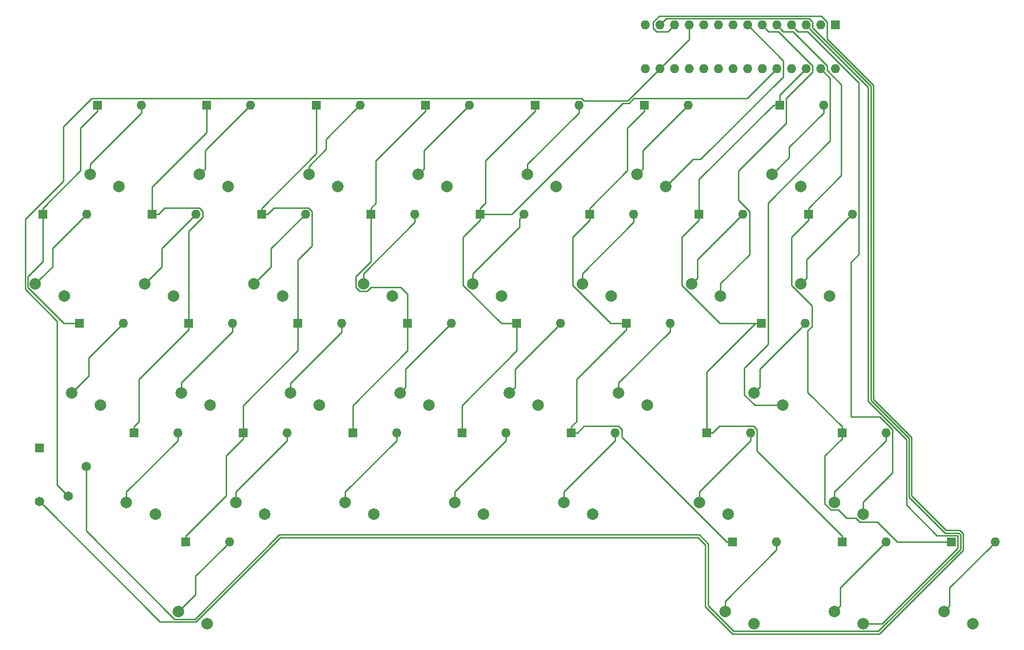
<source format=gbr>
G04 #@! TF.GenerationSoftware,KiCad,Pcbnew,(5.1.4-0-10_14)*
G04 #@! TF.CreationDate,2019-10-23T14:13:54-04:00*
G04 #@! TF.ProjectId,NomadRight,4e6f6d61-6452-4696-9768-742e6b696361,rev?*
G04 #@! TF.SameCoordinates,Original*
G04 #@! TF.FileFunction,Copper,L1,Top*
G04 #@! TF.FilePolarity,Positive*
%FSLAX46Y46*%
G04 Gerber Fmt 4.6, Leading zero omitted, Abs format (unit mm)*
G04 Created by KiCad (PCBNEW (5.1.4-0-10_14)) date 2019-10-23 14:13:54*
%MOMM*%
%LPD*%
G04 APERTURE LIST*
%ADD10C,1.650000*%
%ADD11R,1.650000X1.650000*%
%ADD12O,1.600000X1.600000*%
%ADD13R,1.600000X1.600000*%
%ADD14C,2.000000*%
%ADD15C,0.250000*%
G04 APERTURE END LIST*
D10*
X36680000Y-109740000D03*
X44780000Y-103640000D03*
X41680000Y-108840000D03*
D11*
X36680000Y-100440000D03*
D12*
X174920000Y-34540000D03*
X141900000Y-26920000D03*
X172380000Y-34540000D03*
X144440000Y-26920000D03*
X169840000Y-34540000D03*
X146980000Y-26920000D03*
X167300000Y-34540000D03*
X149520000Y-26920000D03*
X164760000Y-34540000D03*
X152060000Y-26920000D03*
X162220000Y-34540000D03*
X154600000Y-26920000D03*
X159680000Y-34540000D03*
X157140000Y-26920000D03*
X157140000Y-34540000D03*
X159680000Y-26920000D03*
X154600000Y-34540000D03*
X162220000Y-26920000D03*
X152060000Y-34540000D03*
X164760000Y-26920000D03*
X149520000Y-34540000D03*
X167300000Y-26920000D03*
X146980000Y-34540000D03*
X169840000Y-26920000D03*
X144440000Y-34540000D03*
X172380000Y-26920000D03*
X141900000Y-34540000D03*
D13*
X174920000Y-26920000D03*
D14*
X163970000Y-52900000D03*
X168970000Y-55000000D03*
X140470000Y-52900000D03*
X145470000Y-55000000D03*
X121470000Y-52900000D03*
X126470000Y-55000000D03*
X102470000Y-52900000D03*
X107470000Y-55000000D03*
X83470000Y-52900000D03*
X88470000Y-55000000D03*
X64470000Y-52900000D03*
X69470000Y-55000000D03*
X45470000Y-52900000D03*
X50470000Y-55000000D03*
X168970000Y-71900000D03*
X173970000Y-74000000D03*
X149970000Y-71900000D03*
X154970000Y-74000000D03*
X130970000Y-71900000D03*
X135970000Y-74000000D03*
X111970000Y-71900000D03*
X116970000Y-74000000D03*
X92970000Y-71900000D03*
X97970000Y-74000000D03*
X73970000Y-71900000D03*
X78970000Y-74000000D03*
X54970000Y-71900000D03*
X59970000Y-74000000D03*
X35970000Y-71900000D03*
X40970000Y-74000000D03*
X160803333Y-90900000D03*
X165803333Y-93000000D03*
X137303333Y-90900000D03*
X142303333Y-93000000D03*
X118303333Y-90900000D03*
X123303333Y-93000000D03*
X99303333Y-90900000D03*
X104303333Y-93000000D03*
X80303333Y-90900000D03*
X85303333Y-93000000D03*
X61303333Y-90900000D03*
X66303333Y-93000000D03*
X42303333Y-90900000D03*
X47303333Y-93000000D03*
X174803333Y-109900000D03*
X179803333Y-112000000D03*
X151303333Y-109900000D03*
X156303333Y-112000000D03*
X127803333Y-109900000D03*
X132803333Y-112000000D03*
X108803333Y-109900000D03*
X113803333Y-112000000D03*
X89803333Y-109900000D03*
X94803333Y-112000000D03*
X70803333Y-109900000D03*
X75803333Y-112000000D03*
X51803333Y-109900000D03*
X56803333Y-112000000D03*
X193803333Y-128900000D03*
X198803333Y-131000000D03*
X174803333Y-128900000D03*
X179803333Y-131000000D03*
X155803333Y-128900000D03*
X160803333Y-131000000D03*
X60803333Y-128900000D03*
X65803333Y-131000000D03*
D12*
X172890000Y-40810000D03*
D13*
X165270000Y-40810000D03*
D12*
X149390000Y-40810000D03*
D13*
X141770000Y-40810000D03*
D12*
X130390000Y-40810000D03*
D13*
X122770000Y-40810000D03*
D12*
X111390000Y-40810000D03*
D13*
X103770000Y-40810000D03*
D12*
X92390000Y-40810000D03*
D13*
X84770000Y-40810000D03*
D12*
X73390000Y-40810000D03*
D13*
X65770000Y-40810000D03*
D12*
X54390000Y-40810000D03*
D13*
X46770000Y-40810000D03*
D12*
X177890000Y-59810000D03*
D13*
X170270000Y-59810000D03*
D12*
X158890000Y-59810000D03*
D13*
X151270000Y-59810000D03*
D12*
X139890000Y-59810000D03*
D13*
X132270000Y-59810000D03*
D12*
X120890000Y-59810000D03*
D13*
X113270000Y-59810000D03*
D12*
X101890000Y-59810000D03*
D13*
X94270000Y-59810000D03*
D12*
X82890000Y-59810000D03*
D13*
X75270000Y-59810000D03*
D12*
X63890000Y-59810000D03*
D13*
X56270000Y-59810000D03*
D12*
X44890000Y-59810000D03*
D13*
X37270000Y-59810000D03*
D12*
X169723333Y-78810000D03*
D13*
X162103333Y-78810000D03*
D12*
X146223333Y-78810000D03*
D13*
X138603333Y-78810000D03*
D12*
X127223333Y-78810000D03*
D13*
X119603333Y-78810000D03*
D12*
X108223333Y-78810000D03*
D13*
X100603333Y-78810000D03*
D12*
X89223333Y-78810000D03*
D13*
X81603333Y-78810000D03*
D12*
X70223333Y-78810000D03*
D13*
X62603333Y-78810000D03*
D12*
X51223333Y-78810000D03*
D13*
X43603333Y-78810000D03*
D12*
X183723333Y-97810000D03*
D13*
X176103333Y-97810000D03*
D12*
X160223333Y-97810000D03*
D13*
X152603333Y-97810000D03*
D12*
X136723333Y-97810000D03*
D13*
X129103333Y-97810000D03*
D12*
X117723333Y-97810000D03*
D13*
X110103333Y-97810000D03*
D12*
X98723333Y-97810000D03*
D13*
X91103333Y-97810000D03*
D12*
X79723333Y-97810000D03*
D13*
X72103333Y-97810000D03*
D12*
X60723333Y-97810000D03*
D13*
X53103333Y-97810000D03*
D12*
X202723333Y-116810000D03*
D13*
X195103333Y-116810000D03*
D12*
X183723333Y-116810000D03*
D13*
X176103333Y-116810000D03*
D12*
X164723333Y-116810000D03*
D13*
X157103333Y-116810000D03*
D12*
X69723333Y-116810000D03*
D13*
X62103333Y-116810000D03*
D15*
X63778332Y-122755001D02*
X68923334Y-117609999D01*
X68923334Y-117609999D02*
X69723333Y-116810000D01*
X63778332Y-125925001D02*
X63778332Y-122755001D01*
X60803333Y-128900000D02*
X63778332Y-125925001D01*
X72103333Y-98860000D02*
X72103333Y-97810000D01*
X69128332Y-108735001D02*
X69128332Y-101835001D01*
X62103333Y-115760000D02*
X69128332Y-108735001D01*
X69128332Y-101835001D02*
X72103333Y-98860000D01*
X62103333Y-116810000D02*
X62103333Y-115760000D01*
X81603333Y-79860000D02*
X81603333Y-78810000D01*
X81603333Y-83560998D02*
X81603333Y-79860000D01*
X72103333Y-93060998D02*
X81603333Y-83560998D01*
X72103333Y-97810000D02*
X72103333Y-93060998D01*
X76320000Y-59810000D02*
X75270000Y-59810000D01*
X84015001Y-59269999D02*
X83430001Y-58684999D01*
X77445001Y-58684999D02*
X76320000Y-59810000D01*
X84015001Y-65324663D02*
X84015001Y-59269999D01*
X83430001Y-58684999D02*
X77445001Y-58684999D01*
X81603333Y-67736331D02*
X84015001Y-65324663D01*
X81603333Y-78810000D02*
X81603333Y-67736331D01*
X84770000Y-49260000D02*
X84770000Y-41860000D01*
X84770000Y-41860000D02*
X84770000Y-40810000D01*
X75270000Y-58760000D02*
X84770000Y-49260000D01*
X75270000Y-59810000D02*
X75270000Y-58760000D01*
X164723333Y-117941370D02*
X164723333Y-116810000D01*
X164723333Y-118182998D02*
X164723333Y-117941370D01*
X155803333Y-127102998D02*
X164723333Y-118182998D01*
X155803333Y-128900000D02*
X155803333Y-127102998D01*
X131278334Y-96684999D02*
X130153333Y-97810000D01*
X137848334Y-97269999D02*
X137263334Y-96684999D01*
X137848334Y-98605001D02*
X137848334Y-97269999D01*
X130153333Y-97810000D02*
X129103333Y-97810000D01*
X156053333Y-116810000D02*
X137848334Y-98605001D01*
X137263334Y-96684999D02*
X131278334Y-96684999D01*
X157103333Y-116810000D02*
X156053333Y-116810000D01*
X138603333Y-79860000D02*
X138603333Y-78810000D01*
X129978334Y-88484999D02*
X138603333Y-79860000D01*
X129978334Y-95884999D02*
X129978334Y-88484999D01*
X129103333Y-96760000D02*
X129978334Y-95884999D01*
X129103333Y-97810000D02*
X129103333Y-96760000D01*
X129294999Y-63835001D02*
X132270000Y-60860000D01*
X129294999Y-72186001D02*
X129294999Y-63835001D01*
X132270000Y-60860000D02*
X132270000Y-59810000D01*
X135918998Y-78810000D02*
X129294999Y-72186001D01*
X138603333Y-78810000D02*
X135918998Y-78810000D01*
X141770000Y-41860000D02*
X141770000Y-40810000D01*
X138794999Y-44835001D02*
X141770000Y-41860000D01*
X138794999Y-52235001D02*
X138794999Y-44835001D01*
X132270000Y-58760000D02*
X138794999Y-52235001D01*
X132270000Y-59810000D02*
X132270000Y-58760000D01*
X167090000Y-33953394D02*
X167090000Y-35086606D01*
X175803332Y-127900001D02*
X175803332Y-124730001D01*
X182923334Y-117609999D02*
X183723333Y-116810000D01*
X175803332Y-124730001D02*
X182923334Y-117609999D01*
X174803333Y-128900000D02*
X175803332Y-127900001D01*
X153653333Y-97810000D02*
X152603333Y-97810000D01*
X154778334Y-96684999D02*
X153653333Y-97810000D01*
X160763334Y-96684999D02*
X154778334Y-96684999D01*
X161348334Y-97269999D02*
X160763334Y-96684999D01*
X161348334Y-101005001D02*
X161348334Y-97269999D01*
X176103333Y-115760000D02*
X161348334Y-101005001D01*
X176103333Y-116810000D02*
X176103333Y-115760000D01*
X161053333Y-78810000D02*
X162103333Y-78810000D01*
X152603333Y-87260000D02*
X161053333Y-78810000D01*
X152603333Y-97810000D02*
X152603333Y-87260000D01*
X151270000Y-60860000D02*
X151270000Y-59810000D01*
X148294999Y-63835001D02*
X151270000Y-60860000D01*
X148294999Y-72186001D02*
X148294999Y-63835001D01*
X154918998Y-78810000D02*
X148294999Y-72186001D01*
X162103333Y-78810000D02*
X154918998Y-78810000D01*
X164220000Y-40810000D02*
X165270000Y-40810000D01*
X151270000Y-53760000D02*
X164220000Y-40810000D01*
X151270000Y-59810000D02*
X151270000Y-53760000D01*
X165270000Y-39110000D02*
X169840000Y-34540000D01*
X165270000Y-40810000D02*
X165270000Y-39110000D01*
X201923334Y-117609999D02*
X202723333Y-116810000D01*
X194803332Y-124730001D02*
X201923334Y-117609999D01*
X194803332Y-127900001D02*
X194803332Y-124730001D01*
X193803333Y-128900000D02*
X194803332Y-127900001D01*
X170270000Y-60860000D02*
X170270000Y-59810000D01*
X167294999Y-63835001D02*
X170270000Y-60860000D01*
X167294999Y-72186001D02*
X167294999Y-63835001D01*
X170848334Y-79350001D02*
X170848334Y-75739336D01*
X170128332Y-80070003D02*
X170848334Y-79350001D01*
X170128332Y-90784999D02*
X170128332Y-80070003D01*
X170848334Y-75739336D02*
X167294999Y-72186001D01*
X176103333Y-96760000D02*
X170128332Y-90784999D01*
X176103333Y-97810000D02*
X176103333Y-96760000D01*
X176103333Y-98860000D02*
X176103333Y-97810000D01*
X173128332Y-101835001D02*
X176103333Y-98860000D01*
X178512331Y-112670000D02*
X176884333Y-112670000D01*
X173128332Y-110186001D02*
X173128332Y-101835001D01*
X174167332Y-111225001D02*
X173128332Y-110186001D01*
X179167332Y-113325001D02*
X178512331Y-112670000D01*
X195103333Y-116810000D02*
X185690000Y-116810000D01*
X176884333Y-112670000D02*
X175439334Y-111225001D01*
X175439334Y-111225001D02*
X174167332Y-111225001D01*
X165885001Y-28045001D02*
X165559999Y-27719999D01*
X167550003Y-28045001D02*
X165885001Y-28045001D01*
X173505001Y-34790003D02*
X173505001Y-33999999D01*
X173505001Y-33999999D02*
X167550003Y-28045001D01*
X176010000Y-37295002D02*
X173505001Y-34790003D01*
X176010000Y-53020000D02*
X176010000Y-37295002D01*
X165559999Y-27719999D02*
X164760000Y-26920000D01*
X170270000Y-58760000D02*
X176010000Y-53020000D01*
X170270000Y-59810000D02*
X170270000Y-58760000D01*
X182205001Y-113325001D02*
X185690000Y-116810000D01*
X179167332Y-113325001D02*
X182205001Y-113325001D01*
X60723333Y-98941370D02*
X60723333Y-97810000D01*
X60723333Y-99182998D02*
X60723333Y-98941370D01*
X51803333Y-108102998D02*
X60723333Y-99182998D01*
X51803333Y-109900000D02*
X51803333Y-108102998D01*
X53978334Y-88484999D02*
X62603333Y-79860000D01*
X53978334Y-95884999D02*
X53978334Y-88484999D01*
X53103333Y-96760000D02*
X53978334Y-95884999D01*
X62603333Y-79860000D02*
X62603333Y-78810000D01*
X53103333Y-97810000D02*
X53103333Y-96760000D01*
X57320000Y-59810000D02*
X56270000Y-59810000D01*
X64430001Y-58684999D02*
X58445001Y-58684999D01*
X65015001Y-59269999D02*
X64430001Y-58684999D01*
X65015001Y-60350001D02*
X65015001Y-59269999D01*
X58445001Y-58684999D02*
X57320000Y-59810000D01*
X62603333Y-62761669D02*
X65015001Y-60350001D01*
X62603333Y-78810000D02*
X62603333Y-62761669D01*
X65770000Y-41860000D02*
X65770000Y-40810000D01*
X65770000Y-45560998D02*
X65770000Y-41860000D01*
X56270000Y-55060998D02*
X65770000Y-45560998D01*
X56270000Y-59810000D02*
X56270000Y-55060998D01*
X79723333Y-99182998D02*
X79723333Y-98941370D01*
X70803333Y-108102998D02*
X79723333Y-99182998D01*
X79723333Y-98941370D02*
X79723333Y-97810000D01*
X70803333Y-109900000D02*
X70803333Y-108102998D01*
X98723333Y-99182998D02*
X98723333Y-98941370D01*
X98723333Y-98941370D02*
X98723333Y-97810000D01*
X89803333Y-108102998D02*
X98723333Y-99182998D01*
X89803333Y-109900000D02*
X89803333Y-108102998D01*
X91103333Y-93060998D02*
X100603333Y-83560998D01*
X100603333Y-79860000D02*
X100603333Y-78810000D01*
X100603333Y-83560998D02*
X100603333Y-79860000D01*
X91103333Y-97810000D02*
X91103333Y-93060998D01*
X94270000Y-68039002D02*
X94270000Y-60860000D01*
X91644999Y-72536001D02*
X91644999Y-70664003D01*
X93606001Y-73225001D02*
X92333999Y-73225001D01*
X99408999Y-72536001D02*
X94295001Y-72536001D01*
X91644999Y-70664003D02*
X94270000Y-68039002D01*
X92333999Y-73225001D02*
X91644999Y-72536001D01*
X94295001Y-72536001D02*
X93606001Y-73225001D01*
X100603333Y-73730335D02*
X99408999Y-72536001D01*
X94270000Y-60860000D02*
X94270000Y-59810000D01*
X100603333Y-78810000D02*
X100603333Y-73730335D01*
X103770000Y-41860000D02*
X103770000Y-40810000D01*
X95145001Y-50484999D02*
X103770000Y-41860000D01*
X95145001Y-57884999D02*
X95145001Y-50484999D01*
X94270000Y-58760000D02*
X95145001Y-57884999D01*
X94270000Y-59810000D02*
X94270000Y-58760000D01*
X117723333Y-98941370D02*
X117723333Y-97810000D01*
X108803333Y-108102998D02*
X117723333Y-99182998D01*
X117723333Y-99182998D02*
X117723333Y-98941370D01*
X108803333Y-109900000D02*
X108803333Y-108102998D01*
X119603333Y-79860000D02*
X119603333Y-78810000D01*
X119603333Y-83560998D02*
X119603333Y-79860000D01*
X110103333Y-93060998D02*
X119603333Y-83560998D01*
X110103333Y-97810000D02*
X110103333Y-93060998D01*
X113270000Y-60860000D02*
X113270000Y-59810000D01*
X110294999Y-72186001D02*
X110294999Y-63835001D01*
X110294999Y-63835001D02*
X113270000Y-60860000D01*
X116918998Y-78810000D02*
X110294999Y-72186001D01*
X119603333Y-78810000D02*
X116918998Y-78810000D01*
X122770000Y-41860000D02*
X122770000Y-40810000D01*
X114145001Y-50484999D02*
X122770000Y-41860000D01*
X114145001Y-57884999D02*
X114145001Y-50484999D01*
X113270000Y-58760000D02*
X114145001Y-57884999D01*
X113270000Y-59810000D02*
X113270000Y-58760000D01*
X139936411Y-39680000D02*
X139106400Y-40510011D01*
X159620000Y-39680000D02*
X139936411Y-39680000D01*
X138056991Y-40510011D02*
X118757002Y-59810000D01*
X164760000Y-34540000D02*
X159620000Y-39680000D01*
X139106400Y-40510011D02*
X138056991Y-40510011D01*
X114320000Y-59810000D02*
X113270000Y-59810000D01*
X118757002Y-59810000D02*
X114320000Y-59810000D01*
X136723333Y-99182998D02*
X136723333Y-98941370D01*
X136723333Y-98941370D02*
X136723333Y-97810000D01*
X127803333Y-108102998D02*
X136723333Y-99182998D01*
X127803333Y-109900000D02*
X127803333Y-108102998D01*
X160223333Y-98941370D02*
X160223333Y-97810000D01*
X151303333Y-108102998D02*
X160223333Y-99182998D01*
X160223333Y-99182998D02*
X160223333Y-98941370D01*
X151303333Y-109900000D02*
X151303333Y-108102998D01*
X183723333Y-98941370D02*
X183723333Y-97810000D01*
X183723333Y-99182998D02*
X183723333Y-98941370D01*
X174803333Y-108102998D02*
X183723333Y-99182998D01*
X174803333Y-109900000D02*
X174803333Y-108102998D01*
X45278332Y-87925001D02*
X43303332Y-89900001D01*
X43303332Y-89900001D02*
X42303333Y-90900000D01*
X45278332Y-84755001D02*
X45278332Y-87925001D01*
X51223333Y-78810000D02*
X45278332Y-84755001D01*
X37270000Y-60860000D02*
X37270000Y-59810000D01*
X34644999Y-70664003D02*
X37270000Y-68039002D01*
X37270000Y-68039002D02*
X37270000Y-60860000D01*
X40918998Y-78810000D02*
X34644999Y-72536001D01*
X34644999Y-72536001D02*
X34644999Y-70664003D01*
X43603333Y-78810000D02*
X40918998Y-78810000D01*
X43794999Y-44835001D02*
X46770000Y-41860000D01*
X43794999Y-52235001D02*
X43794999Y-44835001D01*
X46770000Y-41860000D02*
X46770000Y-40810000D01*
X37270000Y-58760000D02*
X43794999Y-52235001D01*
X37270000Y-59810000D02*
X37270000Y-58760000D01*
X70223333Y-79941370D02*
X70223333Y-78810000D01*
X70223333Y-80182998D02*
X70223333Y-79941370D01*
X61303333Y-89102998D02*
X70223333Y-80182998D01*
X61303333Y-90900000D02*
X61303333Y-89102998D01*
X89223333Y-79941370D02*
X89223333Y-78810000D01*
X89223333Y-80271666D02*
X89223333Y-79941370D01*
X80303333Y-89191666D02*
X89223333Y-80271666D01*
X80303333Y-90900000D02*
X80303333Y-89191666D01*
X107423334Y-79609999D02*
X108223333Y-78810000D01*
X100303332Y-89900001D02*
X100303332Y-86730001D01*
X100303332Y-86730001D02*
X107423334Y-79609999D01*
X99303333Y-90900000D02*
X100303332Y-89900001D01*
X119303332Y-86730001D02*
X126423334Y-79609999D01*
X119303332Y-89900001D02*
X119303332Y-86730001D01*
X126423334Y-79609999D02*
X127223333Y-78810000D01*
X118303333Y-90900000D02*
X119303332Y-89900001D01*
X146223333Y-79941370D02*
X146223333Y-78810000D01*
X146223333Y-80182998D02*
X146223333Y-79941370D01*
X137303333Y-89102998D02*
X146223333Y-80182998D01*
X137303333Y-90900000D02*
X137303333Y-89102998D01*
X168923334Y-79609999D02*
X169723333Y-78810000D01*
X161803332Y-89900001D02*
X161803332Y-86730001D01*
X161803332Y-86730001D02*
X168923334Y-79609999D01*
X160803333Y-90900000D02*
X161803332Y-89900001D01*
X36969999Y-70900001D02*
X35970000Y-71900000D01*
X38944999Y-68925001D02*
X36969999Y-70900001D01*
X38944999Y-65755001D02*
X38944999Y-68925001D01*
X44890000Y-59810000D02*
X38944999Y-65755001D01*
X55969999Y-70900001D02*
X54970000Y-71900000D01*
X57944999Y-68925001D02*
X55969999Y-70900001D01*
X57944999Y-65755001D02*
X57944999Y-68925001D01*
X63890000Y-59810000D02*
X57944999Y-65755001D01*
X74969999Y-70900001D02*
X73970000Y-71900000D01*
X76944999Y-68925001D02*
X74969999Y-70900001D01*
X76944999Y-65755001D02*
X76944999Y-68925001D01*
X82890000Y-59810000D02*
X76944999Y-65755001D01*
X92970000Y-70485787D02*
X92970000Y-71900000D01*
X92970000Y-70102998D02*
X92970000Y-70485787D01*
X101890000Y-61182998D02*
X92970000Y-70102998D01*
X101890000Y-59810000D02*
X101890000Y-61182998D01*
X111970000Y-70485787D02*
X111970000Y-71900000D01*
X111970000Y-70102998D02*
X111970000Y-70485787D01*
X120090001Y-61982997D02*
X111970000Y-70102998D01*
X120090001Y-60609999D02*
X120090001Y-61982997D01*
X120890000Y-59810000D02*
X120090001Y-60609999D01*
X139890000Y-60941370D02*
X139890000Y-59810000D01*
X130970000Y-70102998D02*
X139890000Y-61182998D01*
X139890000Y-61182998D02*
X139890000Y-60941370D01*
X130970000Y-71900000D02*
X130970000Y-70102998D01*
X158090001Y-60609999D02*
X158890000Y-59810000D01*
X150969999Y-67730001D02*
X158090001Y-60609999D01*
X150969999Y-70900001D02*
X150969999Y-67730001D01*
X149970000Y-71900000D02*
X150969999Y-70900001D01*
X177090001Y-60609999D02*
X177890000Y-59810000D01*
X169969999Y-67730001D02*
X177090001Y-60609999D01*
X169969999Y-70900001D02*
X169969999Y-67730001D01*
X168970000Y-71900000D02*
X169969999Y-70900001D01*
X54390000Y-42182998D02*
X54390000Y-41941370D01*
X45470000Y-51102998D02*
X54390000Y-42182998D01*
X54390000Y-41941370D02*
X54390000Y-40810000D01*
X45470000Y-52900000D02*
X45470000Y-51102998D01*
X72590001Y-41609999D02*
X73390000Y-40810000D01*
X65469999Y-48730001D02*
X72590001Y-41609999D01*
X65469999Y-51900001D02*
X65469999Y-48730001D01*
X64470000Y-52900000D02*
X65469999Y-51900001D01*
X91590001Y-41609999D02*
X92390000Y-40810000D01*
X86444999Y-46755001D02*
X91590001Y-41609999D01*
X86444999Y-48510788D02*
X86444999Y-46755001D01*
X83470000Y-51485787D02*
X86444999Y-48510788D01*
X83470000Y-52900000D02*
X83470000Y-51485787D01*
X110590001Y-41609999D02*
X111390000Y-40810000D01*
X103469999Y-48730001D02*
X110590001Y-41609999D01*
X103469999Y-51900001D02*
X103469999Y-48730001D01*
X102470000Y-52900000D02*
X103469999Y-51900001D01*
X130390000Y-41941370D02*
X130390000Y-40810000D01*
X130390000Y-42182998D02*
X130390000Y-41941370D01*
X121470000Y-51102998D02*
X130390000Y-42182998D01*
X121470000Y-52900000D02*
X121470000Y-51102998D01*
X141469999Y-48730001D02*
X148590001Y-41609999D01*
X141469999Y-51900001D02*
X141469999Y-48730001D01*
X148590001Y-41609999D02*
X149390000Y-40810000D01*
X140470000Y-52900000D02*
X141469999Y-51900001D01*
X172890000Y-42182998D02*
X166944999Y-48127999D01*
X166944999Y-48127999D02*
X166944999Y-49925001D01*
X164969999Y-51900001D02*
X163970000Y-52900000D01*
X166944999Y-49925001D02*
X164969999Y-51900001D01*
X172890000Y-40810000D02*
X172890000Y-42182998D01*
X57615011Y-130675011D02*
X37504999Y-110564999D01*
X78526735Y-116010010D02*
X63861734Y-130675011D01*
X151103600Y-116010010D02*
X78526735Y-116010010D01*
X152379990Y-117286400D02*
X151103600Y-116010010D01*
X152379990Y-128074069D02*
X152379990Y-117286400D01*
X157080931Y-132775010D02*
X152379990Y-128074069D01*
X182596144Y-132775011D02*
X157080931Y-132775010D01*
X197128354Y-118242802D02*
X182596144Y-132775011D01*
X197128355Y-115377199D02*
X197128354Y-118242802D01*
X194161389Y-114784978D02*
X196536135Y-114784979D01*
X188171187Y-98618367D02*
X188171187Y-108794776D01*
X181545021Y-37352200D02*
X181545021Y-91992201D01*
X181545021Y-91992201D02*
X188171187Y-98618367D01*
X173505001Y-26379999D02*
X173505001Y-29312180D01*
X37504999Y-110564999D02*
X36680000Y-109740000D01*
X172469991Y-25344989D02*
X173505001Y-26379999D01*
X63861734Y-130675011D02*
X57615011Y-130675011D01*
X144350009Y-25344989D02*
X172469991Y-25344989D01*
X196536135Y-114784979D02*
X197128355Y-115377199D01*
X188171187Y-108794776D02*
X194161389Y-114784978D01*
X143314999Y-26379999D02*
X144350009Y-25344989D01*
X143314999Y-27460001D02*
X143314999Y-26379999D01*
X143899999Y-28045001D02*
X143314999Y-27460001D01*
X173505001Y-29312180D02*
X181545021Y-37352200D01*
X145854999Y-28045001D02*
X143899999Y-28045001D01*
X146980000Y-26920000D02*
X145854999Y-28045001D01*
X44780000Y-114837669D02*
X44780000Y-104806726D01*
X60167332Y-130225001D02*
X44780000Y-114837669D01*
X78340335Y-115560000D02*
X63675334Y-130225001D01*
X152830000Y-117100000D02*
X151290000Y-115560000D01*
X152830000Y-127887669D02*
X152830000Y-117100000D01*
X63675334Y-130225001D02*
X60167332Y-130225001D01*
X157267332Y-132325001D02*
X152830000Y-127887669D01*
X182409744Y-132325001D02*
X157267332Y-132325001D01*
X196678345Y-118056401D02*
X182409744Y-132325001D01*
X196678345Y-115563599D02*
X196678345Y-118056401D01*
X193974989Y-115234988D02*
X196349734Y-115234988D01*
X187721177Y-98804767D02*
X187721177Y-108981177D01*
X187721177Y-108981177D02*
X193974989Y-115234988D01*
X170965001Y-26379999D02*
X170965001Y-27408591D01*
X181095011Y-92178601D02*
X187721177Y-98804767D01*
X196349734Y-115234988D02*
X196678345Y-115563599D01*
X44780000Y-104806726D02*
X44780000Y-103640000D01*
X151290000Y-115560000D02*
X78340335Y-115560000D01*
X144440000Y-26920000D02*
X145565001Y-25794999D01*
X170965001Y-27408591D02*
X181095011Y-37538600D01*
X145565001Y-25794999D02*
X170380001Y-25794999D01*
X181095011Y-37538600D02*
X181095011Y-92178601D01*
X170380001Y-25794999D02*
X170965001Y-26379999D01*
X40855001Y-108015001D02*
X41680000Y-108840000D01*
X34194991Y-60700007D02*
X34194991Y-72894991D01*
X39710000Y-78410000D02*
X39710000Y-106870000D01*
X34194991Y-72894991D02*
X39710000Y-78410000D01*
X131240000Y-40060000D02*
X130860000Y-39680000D01*
X40850022Y-54044978D02*
X34194991Y-60700007D01*
X40850022Y-44544976D02*
X40850022Y-54044978D01*
X45714998Y-39680000D02*
X40850022Y-44544976D01*
X130860000Y-39680000D02*
X45714998Y-39680000D01*
X138920000Y-40060000D02*
X131240000Y-40060000D01*
X39710000Y-106870000D02*
X40855001Y-108015001D01*
X144440000Y-34540000D02*
X138920000Y-40060000D01*
X149520000Y-29460000D02*
X144440000Y-34540000D01*
X149520000Y-26920000D02*
X149520000Y-29460000D01*
X196163334Y-115684999D02*
X192568588Y-115684999D01*
X192568588Y-115684999D02*
X187271166Y-110387577D01*
X187271166Y-110387577D02*
X187271166Y-98991167D01*
X196228334Y-117870001D02*
X196228334Y-115749999D01*
X180645000Y-37725000D02*
X170639999Y-27719999D01*
X170639999Y-27719999D02*
X169840000Y-26920000D01*
X196228334Y-115749999D02*
X196163334Y-115684999D01*
X183098335Y-131000000D02*
X196228334Y-117870001D01*
X180645000Y-92365001D02*
X180645000Y-37725000D01*
X179803333Y-131000000D02*
X183098335Y-131000000D01*
X187271166Y-98991167D02*
X180645000Y-92365001D01*
X170090003Y-28045001D02*
X168425001Y-28045001D01*
X179803333Y-109860998D02*
X184848334Y-104815997D01*
X184848334Y-104815997D02*
X184848334Y-97269999D01*
X179015001Y-66815997D02*
X179015001Y-36969999D01*
X179015001Y-36969999D02*
X170090003Y-28045001D01*
X168425001Y-28045001D02*
X168099999Y-27719999D01*
X177680000Y-68150998D02*
X179015001Y-66815997D01*
X184848334Y-97269999D02*
X182628335Y-95050000D01*
X168099999Y-27719999D02*
X167300000Y-26920000D01*
X177680000Y-95050000D02*
X177680000Y-68150998D01*
X182628335Y-95050000D02*
X177680000Y-95050000D01*
X179803333Y-112000000D02*
X179803333Y-109860998D01*
X174015001Y-36175001D02*
X172380000Y-34540000D01*
X174015001Y-47052001D02*
X174015001Y-36175001D01*
X163228334Y-57838668D02*
X174015001Y-47052001D01*
X160942331Y-93000000D02*
X159128332Y-91186001D01*
X163228334Y-82435997D02*
X163228334Y-57838668D01*
X165803333Y-93000000D02*
X160942331Y-93000000D01*
X159128332Y-86535999D02*
X163228334Y-82435997D01*
X159128332Y-91186001D02*
X159128332Y-86535999D01*
X163019999Y-27719999D02*
X162220000Y-26920000D01*
X163345001Y-28045001D02*
X163019999Y-27719999D01*
X165010003Y-28045001D02*
X163345001Y-28045001D01*
X160015001Y-66815997D02*
X160015001Y-59269999D01*
X158144999Y-52263999D02*
X166395001Y-44013997D01*
X170965001Y-33999999D02*
X165010003Y-28045001D01*
X166395001Y-39650001D02*
X170965001Y-35080001D01*
X166395001Y-44013997D02*
X166395001Y-39650001D01*
X158144999Y-57399997D02*
X158144999Y-52263999D01*
X160015001Y-59269999D02*
X158144999Y-57399997D01*
X154970000Y-71860998D02*
X160015001Y-66815997D01*
X170965001Y-35080001D02*
X170965001Y-33999999D01*
X154970000Y-74000000D02*
X154970000Y-71860998D01*
X165885001Y-35924001D02*
X151534001Y-50275001D01*
X165885001Y-33125001D02*
X165885001Y-35924001D01*
X159680000Y-26920000D02*
X165885001Y-33125001D01*
X150194999Y-50275001D02*
X145470000Y-55000000D01*
X151534001Y-50275001D02*
X150194999Y-50275001D01*
M02*

</source>
